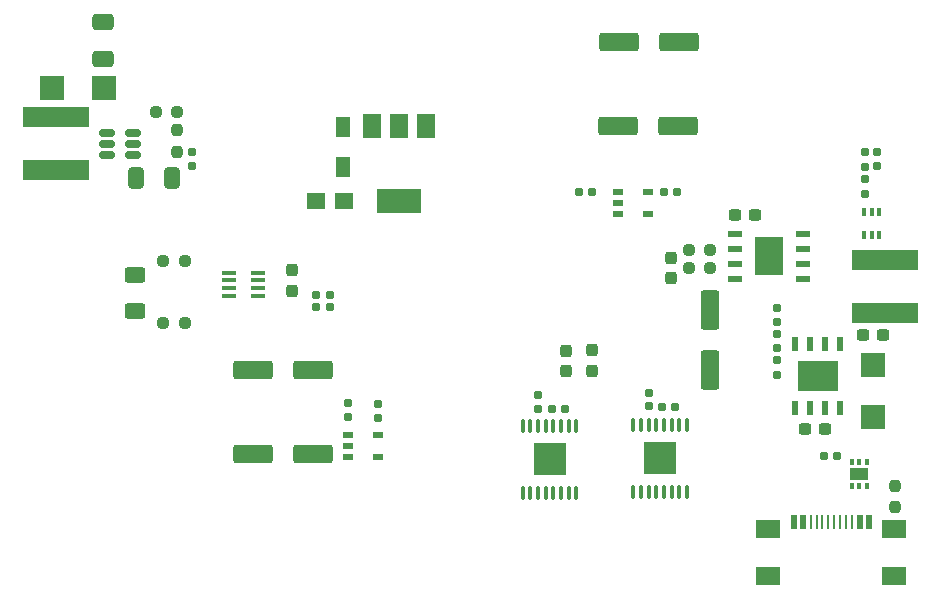
<source format=gbr>
%TF.GenerationSoftware,KiCad,Pcbnew,7.0.1-0*%
%TF.CreationDate,2025-03-27T17:57:47+02:00*%
%TF.ProjectId,EEE3088F_MM_Power_Project,45454533-3038-4384-965f-4d4d5f506f77,rev?*%
%TF.SameCoordinates,Original*%
%TF.FileFunction,Paste,Top*%
%TF.FilePolarity,Positive*%
%FSLAX46Y46*%
G04 Gerber Fmt 4.6, Leading zero omitted, Abs format (unit mm)*
G04 Created by KiCad (PCBNEW 7.0.1-0) date 2025-03-27 17:57:47*
%MOMM*%
%LPD*%
G01*
G04 APERTURE LIST*
G04 Aperture macros list*
%AMRoundRect*
0 Rectangle with rounded corners*
0 $1 Rounding radius*
0 $2 $3 $4 $5 $6 $7 $8 $9 X,Y pos of 4 corners*
0 Add a 4 corners polygon primitive as box body*
4,1,4,$2,$3,$4,$5,$6,$7,$8,$9,$2,$3,0*
0 Add four circle primitives for the rounded corners*
1,1,$1+$1,$2,$3*
1,1,$1+$1,$4,$5*
1,1,$1+$1,$6,$7*
1,1,$1+$1,$8,$9*
0 Add four rect primitives between the rounded corners*
20,1,$1+$1,$2,$3,$4,$5,0*
20,1,$1+$1,$4,$5,$6,$7,0*
20,1,$1+$1,$6,$7,$8,$9,0*
20,1,$1+$1,$8,$9,$2,$3,0*%
G04 Aperture macros list end*
%ADD10RoundRect,0.250000X-1.412500X-0.550000X1.412500X-0.550000X1.412500X0.550000X-1.412500X0.550000X0*%
%ADD11R,0.600000X1.300000*%
%ADD12R,3.500000X2.500000*%
%ADD13RoundRect,0.155000X0.155000X-0.212500X0.155000X0.212500X-0.155000X0.212500X-0.155000X-0.212500X0*%
%ADD14RoundRect,0.250000X0.650000X-0.412500X0.650000X0.412500X-0.650000X0.412500X-0.650000X-0.412500X0*%
%ADD15RoundRect,0.150000X-0.512500X-0.150000X0.512500X-0.150000X0.512500X0.150000X-0.512500X0.150000X0*%
%ADD16RoundRect,0.237500X0.300000X0.237500X-0.300000X0.237500X-0.300000X-0.237500X0.300000X-0.237500X0*%
%ADD17RoundRect,0.250000X1.412500X0.550000X-1.412500X0.550000X-1.412500X-0.550000X1.412500X-0.550000X0*%
%ADD18R,1.296012X1.757506*%
%ADD19RoundRect,0.155000X0.212500X0.155000X-0.212500X0.155000X-0.212500X-0.155000X0.212500X-0.155000X0*%
%ADD20R,2.020015X1.500000*%
%ADD21R,0.500000X1.150013*%
%ADD22R,0.259995X1.150013*%
%ADD23RoundRect,0.237500X-0.250000X-0.237500X0.250000X-0.237500X0.250000X0.237500X-0.250000X0.237500X0*%
%ADD24RoundRect,0.237500X-0.237500X0.250000X-0.237500X-0.250000X0.237500X-0.250000X0.237500X0.250000X0*%
%ADD25RoundRect,0.160000X0.160000X-0.197500X0.160000X0.197500X-0.160000X0.197500X-0.160000X-0.197500X0*%
%ADD26RoundRect,0.237500X0.237500X-0.300000X0.237500X0.300000X-0.237500X0.300000X-0.237500X-0.300000X0*%
%ADD27R,5.700000X1.700000*%
%ADD28O,0.350013X1.300000*%
%ADD29R,2.740005X2.740005*%
%ADD30RoundRect,0.237500X-0.237500X0.300000X-0.237500X-0.300000X0.237500X-0.300000X0.237500X0.300000X0*%
%ADD31RoundRect,0.160000X-0.160000X0.197500X-0.160000X-0.197500X0.160000X-0.197500X0.160000X0.197500X0*%
%ADD32R,0.900000X0.500000*%
%ADD33R,1.500000X1.358903*%
%ADD34RoundRect,0.250000X-0.550000X1.412500X-0.550000X-1.412500X0.550000X-1.412500X0.550000X1.412500X0*%
%ADD35RoundRect,0.250000X-0.412500X-0.650000X0.412500X-0.650000X0.412500X0.650000X-0.412500X0.650000X0*%
%ADD36R,0.350013X0.500000*%
%ADD37R,1.600000X1.000000*%
%ADD38O,1.251994X0.364008*%
%ADD39R,0.364008X0.650013*%
%ADD40RoundRect,0.160000X0.197500X0.160000X-0.197500X0.160000X-0.197500X-0.160000X0.197500X-0.160000X0*%
%ADD41RoundRect,0.155000X-0.155000X0.212500X-0.155000X-0.212500X0.155000X-0.212500X0.155000X0.212500X0*%
%ADD42R,1.500000X2.000000*%
%ADD43R,3.800000X2.000000*%
%ADD44RoundRect,0.237500X-0.300000X-0.237500X0.300000X-0.237500X0.300000X0.237500X-0.300000X0.237500X0*%
%ADD45RoundRect,0.250000X-0.625000X0.400000X-0.625000X-0.400000X0.625000X-0.400000X0.625000X0.400000X0*%
%ADD46R,2.000000X2.000000*%
%ADD47RoundRect,0.155000X-0.212500X-0.155000X0.212500X-0.155000X0.212500X0.155000X-0.212500X0.155000X0*%
%ADD48R,1.200000X0.600000*%
%ADD49R,2.400000X3.300000*%
G04 APERTURE END LIST*
D10*
%TO.C,C31*%
X120070800Y-132156200D03*
X125145800Y-132156200D03*
%TD*%
D11*
%TO.C,U4*%
X169824403Y-129956804D03*
X168554400Y-129956804D03*
X167284398Y-129956804D03*
X166014395Y-129956804D03*
X166014395Y-135356600D03*
X167284398Y-135356600D03*
X168554400Y-135356600D03*
X169824403Y-135356600D03*
D12*
X167919399Y-132656829D03*
%TD*%
D13*
%TO.C,C11*%
X144246600Y-135441500D03*
X144246600Y-134306500D03*
%TD*%
D14*
%TO.C,C2*%
X107442000Y-105829500D03*
X107442000Y-102704500D03*
%TD*%
D15*
%TO.C,U1*%
X107701500Y-112080000D03*
X107701500Y-113030000D03*
X107701500Y-113980000D03*
X109976500Y-113980000D03*
X109976500Y-113030000D03*
X109976500Y-112080000D03*
%TD*%
D16*
%TO.C,C9*%
X162609700Y-119075200D03*
X160884700Y-119075200D03*
%TD*%
D17*
%TO.C,C30*%
X125171200Y-139293600D03*
X120096200Y-139293600D03*
%TD*%
D18*
%TO.C,C4*%
X127762000Y-111597691D03*
X127762000Y-114970309D03*
%TD*%
D19*
%TO.C,C16*%
X155846400Y-135280400D03*
X154711400Y-135280400D03*
%TD*%
%TO.C,C33*%
X156015500Y-117094000D03*
X154880500Y-117094000D03*
%TD*%
D20*
%TO.C,U7*%
X174394883Y-145608550D03*
X174394883Y-149608550D03*
X163734989Y-149608550D03*
X163734989Y-145608550D03*
D21*
X165865038Y-145034000D03*
X166664885Y-145034000D03*
D22*
X167815000Y-145034000D03*
X168815000Y-145034000D03*
X169314872Y-145034000D03*
X170314618Y-145034000D03*
D21*
X171464987Y-145034000D03*
X172265088Y-145034000D03*
D22*
X170815000Y-145034000D03*
X169815000Y-145034000D03*
X168314872Y-145034000D03*
X167314872Y-145034000D03*
%TD*%
D23*
%TO.C,R5*%
X112511500Y-128159000D03*
X114336500Y-128159000D03*
%TD*%
D24*
%TO.C,R15*%
X174498000Y-141962500D03*
X174498000Y-143787500D03*
%TD*%
D25*
%TO.C,R10*%
X171907200Y-114957900D03*
X171907200Y-113762900D03*
%TD*%
D10*
%TO.C,C20*%
X150982600Y-111531400D03*
X156057600Y-111531400D03*
%TD*%
D26*
%TO.C,C17*%
X148844000Y-132231300D03*
X148844000Y-130506300D03*
%TD*%
%TO.C,C14*%
X146583400Y-132256700D03*
X146583400Y-130531700D03*
%TD*%
D24*
%TO.C,R3*%
X113665000Y-111863500D03*
X113665000Y-113688500D03*
%TD*%
D19*
%TO.C,C12*%
X146532600Y-135483600D03*
X145397600Y-135483600D03*
%TD*%
D27*
%TO.C,L3*%
X173583600Y-127330200D03*
X173583600Y-122830200D03*
%TD*%
D28*
%TO.C,U8*%
X142936717Y-142600813D03*
X143586705Y-142600813D03*
X144236692Y-142600813D03*
X144886933Y-142600813D03*
X145536921Y-142600813D03*
X146186908Y-142600813D03*
X146836895Y-142600813D03*
X147486883Y-142600813D03*
X147486883Y-136900787D03*
X146836895Y-136900787D03*
X146186908Y-136900787D03*
X145536921Y-136900787D03*
X144886933Y-136900787D03*
X144236692Y-136900787D03*
X143586705Y-136900787D03*
X142936717Y-136900787D03*
D29*
X145211800Y-139750800D03*
%TD*%
D30*
%TO.C,C7*%
X155498800Y-122657700D03*
X155498800Y-124382700D03*
%TD*%
D31*
%TO.C,R13*%
X164490399Y-126889702D03*
X164490399Y-128084702D03*
%TD*%
%TO.C,R4*%
X114935000Y-113702500D03*
X114935000Y-114897500D03*
%TD*%
D23*
%TO.C,R2*%
X111863500Y-110363000D03*
X113688500Y-110363000D03*
%TD*%
D27*
%TO.C,L2*%
X103428800Y-115254600D03*
X103428800Y-110754600D03*
%TD*%
D32*
%TO.C,U12*%
X150977600Y-117073676D03*
X150977600Y-118023638D03*
X150977600Y-118973600D03*
X153577550Y-118973600D03*
X153577550Y-117073676D03*
%TD*%
D25*
%TO.C,R12*%
X164490399Y-132563800D03*
X164490399Y-131368800D03*
%TD*%
D33*
%TO.C,C5*%
X127818898Y-117856000D03*
X125419102Y-117856000D03*
%TD*%
D32*
%TO.C,U14*%
X128117600Y-137668000D03*
X128117600Y-138617962D03*
X128117600Y-139567924D03*
X130717550Y-139567924D03*
X130717550Y-137668000D03*
%TD*%
D17*
%TO.C,C21*%
X156133800Y-104419400D03*
X151058800Y-104419400D03*
%TD*%
D13*
%TO.C,C15*%
X153593800Y-135238300D03*
X153593800Y-134103300D03*
%TD*%
D23*
%TO.C,R6*%
X112511500Y-122909000D03*
X114336500Y-122909000D03*
%TD*%
D34*
%TO.C,C10*%
X158775403Y-127106600D03*
X158775403Y-132181600D03*
%TD*%
D35*
%TO.C,C1*%
X110159000Y-115951000D03*
X113284000Y-115951000D03*
%TD*%
D36*
%TO.C,U9*%
X170799987Y-141969924D03*
X171449975Y-141969924D03*
X172099962Y-141969924D03*
X172099962Y-139969924D03*
X171449975Y-139969924D03*
X170799987Y-139969924D03*
D37*
X171449975Y-140969924D03*
%TD*%
D23*
%TO.C,R8*%
X156999300Y-122021600D03*
X158824300Y-122021600D03*
%TD*%
D38*
%TO.C,U2*%
X120562560Y-125884108D03*
X120562560Y-125234121D03*
X120562560Y-124584133D03*
X120562560Y-123933892D03*
X118110440Y-123933892D03*
X118110440Y-124584133D03*
X118110440Y-125234121D03*
X118110440Y-125884108D03*
%TD*%
D39*
%TO.C,U6*%
X173130974Y-118830800D03*
X172480987Y-118830800D03*
X171831000Y-118830800D03*
X171831000Y-120730724D03*
X172480987Y-120730724D03*
X173130974Y-120730724D03*
%TD*%
D40*
%TO.C,R17*%
X126632300Y-125857000D03*
X125437300Y-125857000D03*
%TD*%
%TO.C,R16*%
X126632300Y-126856400D03*
X125437300Y-126856400D03*
%TD*%
D41*
%TO.C,C28*%
X130683000Y-135068500D03*
X130683000Y-136203500D03*
%TD*%
D30*
%TO.C,C3*%
X123393200Y-123749900D03*
X123393200Y-125474900D03*
%TD*%
D23*
%TO.C,R7*%
X157001200Y-123520200D03*
X158826200Y-123520200D03*
%TD*%
D42*
%TO.C,U3*%
X134761000Y-111531000D03*
X132461000Y-111531000D03*
D43*
X132461000Y-117831000D03*
D42*
X130161000Y-111531000D03*
%TD*%
D44*
%TO.C,C8*%
X171755899Y-129227702D03*
X173480899Y-129227702D03*
%TD*%
D45*
%TO.C,R1*%
X110086500Y-124109000D03*
X110086500Y-127209000D03*
%TD*%
D41*
%TO.C,C32*%
X128117600Y-135009000D03*
X128117600Y-136144000D03*
%TD*%
D25*
%TO.C,R9*%
X171907200Y-117243900D03*
X171907200Y-116048900D03*
%TD*%
D46*
%TO.C,D2*%
X172618399Y-136126600D03*
X172618399Y-131726804D03*
%TD*%
D47*
%TO.C,C23*%
X147692300Y-117068600D03*
X148827300Y-117068600D03*
%TD*%
D46*
%TO.C,D1*%
X107482898Y-108331000D03*
X103083102Y-108331000D03*
%TD*%
D25*
%TO.C,R11*%
X172923200Y-114945800D03*
X172923200Y-113750800D03*
%TD*%
D48*
%TO.C,U5*%
X166700204Y-124447302D03*
X166700204Y-123177299D03*
X166700204Y-121907297D03*
X166700204Y-120637294D03*
X160883592Y-120637294D03*
X160883592Y-121907297D03*
X160883592Y-123177299D03*
X160883592Y-124447302D03*
D49*
X163791898Y-122542298D03*
%TD*%
D31*
%TO.C,R14*%
X164490399Y-129120300D03*
X164490399Y-130315300D03*
%TD*%
D28*
%TO.C,U10*%
X152294834Y-142494000D03*
X152944822Y-142494000D03*
X153594809Y-142494000D03*
X154245050Y-142494000D03*
X154895038Y-142494000D03*
X155545025Y-142494000D03*
X156195012Y-142494000D03*
X156845000Y-142494000D03*
X156845000Y-136793974D03*
X156195012Y-136793974D03*
X155545025Y-136793974D03*
X154895038Y-136793974D03*
X154245050Y-136793974D03*
X153594809Y-136793974D03*
X152944822Y-136793974D03*
X152294834Y-136793974D03*
D29*
X154569917Y-139643987D03*
%TD*%
D44*
%TO.C,C6*%
X166804000Y-137210800D03*
X168529000Y-137210800D03*
%TD*%
D19*
%TO.C,C13*%
X169579100Y-139471400D03*
X168444100Y-139471400D03*
%TD*%
M02*

</source>
